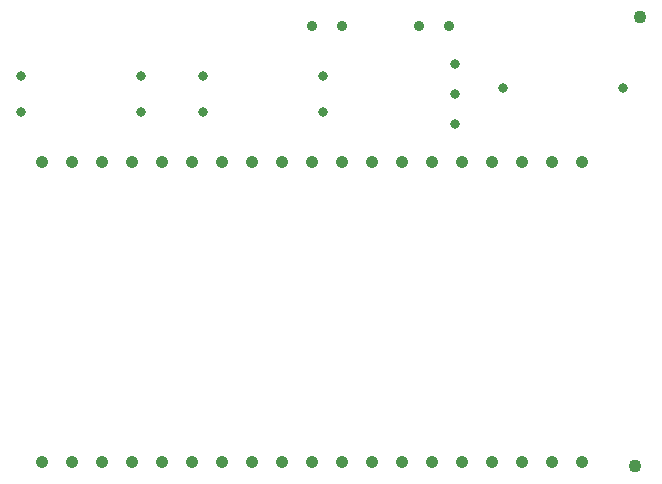
<source format=gbr>
%TF.GenerationSoftware,KiCad,Pcbnew,7.0.8*%
%TF.CreationDate,2024-04-25T10:28:12-06:00*%
%TF.ProjectId,ProtoBadge,50726f74-6f42-4616-9467-652e6b696361,rev?*%
%TF.SameCoordinates,Original*%
%TF.FileFunction,Plated,1,2,PTH,Drill*%
%TF.FilePolarity,Positive*%
%FSLAX46Y46*%
G04 Gerber Fmt 4.6, Leading zero omitted, Abs format (unit mm)*
G04 Created by KiCad (PCBNEW 7.0.8) date 2024-04-25 10:28:12*
%MOMM*%
%LPD*%
G01*
G04 APERTURE LIST*
%TA.AperFunction,ComponentDrill*%
%ADD10C,0.800000*%
%TD*%
%TA.AperFunction,ComponentDrill*%
%ADD11C,0.900000*%
%TD*%
%TA.AperFunction,ComponentDrill*%
%ADD12C,1.040000*%
%TD*%
%TA.AperFunction,ComponentDrill*%
%ADD13C,1.100000*%
%TD*%
G04 APERTURE END LIST*
D10*
%TO.C,R1*%
X52000000Y-98000000D03*
%TO.C,R2*%
X52000000Y-101000000D03*
%TO.C,R1*%
X62160000Y-98000000D03*
%TO.C,R2*%
X62160000Y-101000000D03*
%TO.C,R5*%
X67482395Y-98011335D03*
%TO.C,R4*%
X67482395Y-101011335D03*
%TO.C,R5*%
X77642395Y-98011335D03*
%TO.C,R4*%
X77642395Y-101011335D03*
%TO.C,Q1*%
X88812302Y-96996692D03*
X88812302Y-99536692D03*
X88812302Y-102076692D03*
%TO.C,R3*%
X92840000Y-99000000D03*
X103000000Y-99000000D03*
D11*
%TO.C,D2*%
X76710000Y-93750610D03*
X79250000Y-93750610D03*
%TO.C,D1*%
X85735000Y-93750000D03*
X88275000Y-93750000D03*
D12*
%TO.C,U1*%
X53840000Y-105300000D03*
X53840000Y-130700000D03*
X56380000Y-105300000D03*
X56380000Y-130700000D03*
X58920000Y-105300000D03*
X58920000Y-130700000D03*
X61460000Y-105300000D03*
X61460000Y-130700000D03*
X64000000Y-105300000D03*
X64000000Y-130700000D03*
X66540000Y-105300000D03*
X66540000Y-130700000D03*
X69080000Y-105300000D03*
X69080000Y-130700000D03*
X71620000Y-105300000D03*
X71620000Y-130700000D03*
X74160000Y-105300000D03*
X74160000Y-130700000D03*
X76700000Y-105300000D03*
X76700000Y-130700000D03*
X79240000Y-105300000D03*
X79240000Y-130700000D03*
X81780000Y-105300000D03*
X81780000Y-130700000D03*
X84320000Y-105300000D03*
X84320000Y-130700000D03*
X86860000Y-105300000D03*
X86860000Y-130700000D03*
X89400000Y-105300000D03*
X89400000Y-130700000D03*
X91940000Y-105300000D03*
X91940000Y-130700000D03*
X94480000Y-105300000D03*
X94480000Y-130700000D03*
X97020000Y-105300000D03*
X97020000Y-130700000D03*
X99560000Y-105300000D03*
X99560000Y-130700000D03*
D13*
%TO.C,J2*%
X104000000Y-131000000D03*
%TO.C,J1*%
X104470519Y-93019691D03*
M02*

</source>
